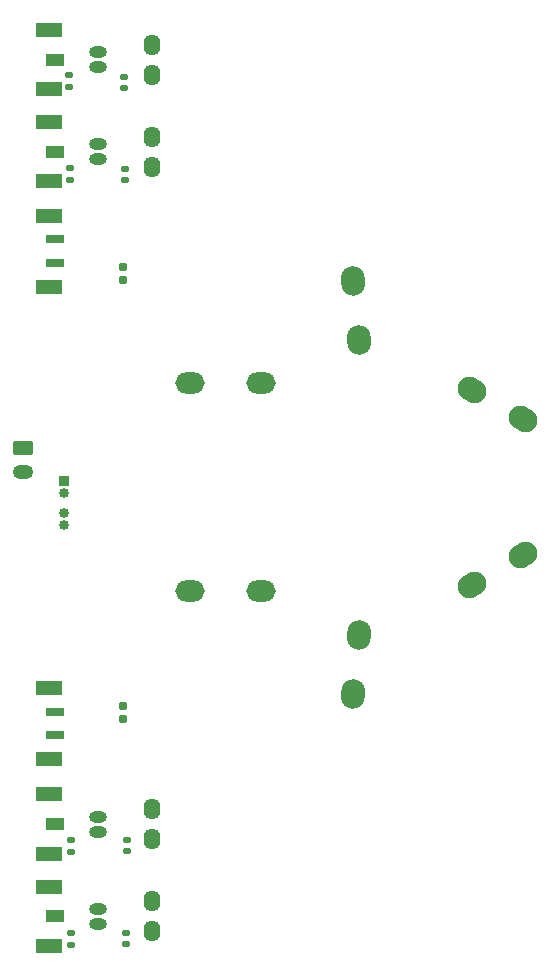
<source format=gbr>
%TF.GenerationSoftware,KiCad,Pcbnew,8.0.3*%
%TF.CreationDate,2024-06-29T22:13:22+09:00*%
%TF.ProjectId,makyi_mouse,6d616b79-695f-46d6-9f75-73652e6b6963,rev?*%
%TF.SameCoordinates,Original*%
%TF.FileFunction,Soldermask,Bot*%
%TF.FilePolarity,Negative*%
%FSLAX46Y46*%
G04 Gerber Fmt 4.6, Leading zero omitted, Abs format (unit mm)*
G04 Created by KiCad (PCBNEW 8.0.3) date 2024-06-29 22:13:22*
%MOMM*%
%LPD*%
G01*
G04 APERTURE LIST*
G04 Aperture macros list*
%AMRoundRect*
0 Rectangle with rounded corners*
0 $1 Rounding radius*
0 $2 $3 $4 $5 $6 $7 $8 $9 X,Y pos of 4 corners*
0 Add a 4 corners polygon primitive as box body*
4,1,4,$2,$3,$4,$5,$6,$7,$8,$9,$2,$3,0*
0 Add four circle primitives for the rounded corners*
1,1,$1+$1,$2,$3*
1,1,$1+$1,$4,$5*
1,1,$1+$1,$6,$7*
1,1,$1+$1,$8,$9*
0 Add four rect primitives between the rounded corners*
20,1,$1+$1,$2,$3,$4,$5,0*
20,1,$1+$1,$4,$5,$6,$7,0*
20,1,$1+$1,$6,$7,$8,$9,0*
20,1,$1+$1,$8,$9,$2,$3,0*%
%AMHorizOval*
0 Thick line with rounded ends*
0 $1 width*
0 $2 $3 position (X,Y) of the first rounded end (center of the circle)*
0 $4 $5 position (X,Y) of the second rounded end (center of the circle)*
0 Add line between two ends*
20,1,$1,$2,$3,$4,$5,0*
0 Add two circle primitives to create the rounded ends*
1,1,$1,$2,$3*
1,1,$1,$4,$5*%
G04 Aperture macros list end*
%ADD10O,1.500000X1.000000*%
%ADD11R,1.500000X1.000000*%
%ADD12R,2.200000X1.200000*%
%ADD13O,1.400000X1.800000*%
%ADD14HorizOval,2.000000X-0.021789X-0.249049X0.021789X0.249049X0*%
%ADD15HorizOval,2.000000X-0.216506X-0.125000X0.216506X0.125000X0*%
%ADD16HorizOval,2.000000X0.216506X-0.125000X-0.216506X0.125000X0*%
%ADD17RoundRect,0.140000X-0.170000X0.140000X-0.170000X-0.140000X0.170000X-0.140000X0.170000X0.140000X0*%
%ADD18R,1.500000X0.700000*%
%ADD19HorizOval,2.000000X0.021789X-0.249049X-0.021789X0.249049X0*%
%ADD20O,2.500000X1.800000*%
%ADD21R,0.850000X0.850000*%
%ADD22O,0.850000X0.850000*%
%ADD23RoundRect,0.250000X-0.625000X0.350000X-0.625000X-0.350000X0.625000X-0.350000X0.625000X0.350000X0*%
%ADD24O,1.750000X1.200000*%
%ADD25C,0.850000*%
%ADD26RoundRect,0.155000X0.155000X-0.212500X0.155000X0.212500X-0.155000X0.212500X-0.155000X-0.212500X0*%
%ADD27RoundRect,0.135000X-0.185000X0.135000X-0.185000X-0.135000X0.185000X-0.135000X0.185000X0.135000X0*%
%ADD28RoundRect,0.155000X-0.155000X0.212500X-0.155000X-0.212500X0.155000X-0.212500X0.155000X0.212500X0*%
G04 APERTURE END LIST*
D10*
%TO.C,Q6*%
X139200000Y-52235000D03*
X139200000Y-50965000D03*
%TD*%
%TO.C,Q5*%
X139200000Y-115665000D03*
X139200000Y-116935000D03*
%TD*%
%TO.C,Q4*%
X139200000Y-107865000D03*
X139200000Y-109135000D03*
%TD*%
%TO.C,Q3*%
X139200000Y-43165000D03*
X139200000Y-44435000D03*
%TD*%
D11*
%TO.C,J9*%
X135500000Y-51600000D03*
D12*
X135000000Y-54100000D03*
X135000000Y-49100000D03*
%TD*%
D13*
%TO.C,D4*%
X143700000Y-107230000D03*
X143700000Y-109770000D03*
%TD*%
D14*
%TO.C,J6*%
X160782111Y-97490487D03*
X161217889Y-92509513D03*
%TD*%
D15*
%TO.C,J3*%
X170834936Y-88250000D03*
X175165064Y-85750000D03*
%TD*%
D16*
%TO.C,J5*%
X175165064Y-74250000D03*
X170834936Y-71750000D03*
%TD*%
D17*
%TO.C,C8*%
X141400000Y-45240000D03*
X141400000Y-46200000D03*
%TD*%
%TO.C,C14*%
X141450000Y-53020000D03*
X141450000Y-53980000D03*
%TD*%
D11*
%TO.C,J7*%
X135500000Y-116300000D03*
D12*
X135000000Y-118800000D03*
X135000000Y-113800000D03*
%TD*%
%TO.C,J13*%
X135000000Y-57000000D03*
D18*
X135500000Y-59000000D03*
X135500000Y-61000000D03*
D12*
X135000000Y-63000000D03*
%TD*%
D13*
%TO.C,D6*%
X143700000Y-50330000D03*
X143700000Y-52870000D03*
%TD*%
D19*
%TO.C,J8*%
X161217889Y-67490487D03*
X160782111Y-62509513D03*
%TD*%
D20*
%TO.C,J10*%
X152987300Y-71200000D03*
X146987300Y-71200000D03*
%TD*%
D13*
%TO.C,D5*%
X143700000Y-115030000D03*
X143700000Y-117570000D03*
%TD*%
D17*
%TO.C,C12*%
X141500000Y-117720000D03*
X141500000Y-118680000D03*
%TD*%
D13*
%TO.C,D3*%
X143700000Y-42530000D03*
X143700000Y-45070000D03*
%TD*%
D11*
%TO.C,J4*%
X135500000Y-108500000D03*
D12*
X135000000Y-111000000D03*
X135000000Y-106000000D03*
%TD*%
D21*
%TO.C,M1*%
X136300000Y-79500000D03*
D22*
X136300000Y-80500000D03*
%TD*%
D20*
%TO.C,J12*%
X152987300Y-88800000D03*
X146987300Y-88800000D03*
%TD*%
D23*
%TO.C,J1*%
X132850000Y-76700000D03*
D24*
X132850000Y-78700000D03*
%TD*%
D25*
%TO.C,M2*%
X136300000Y-82200000D03*
D22*
X136300000Y-83200000D03*
%TD*%
D17*
%TO.C,C10*%
X141600000Y-109820000D03*
X141600000Y-110780000D03*
%TD*%
D26*
%TO.C,C16*%
X141300000Y-99617500D03*
X141300000Y-98482500D03*
%TD*%
D27*
%TO.C,R12*%
X136850000Y-109840000D03*
X136850000Y-110860000D03*
%TD*%
%TO.C,R18*%
X136750000Y-52990000D03*
X136750000Y-54010000D03*
%TD*%
D28*
%TO.C,C17*%
X141300000Y-61332500D03*
X141300000Y-62467500D03*
%TD*%
D27*
%TO.C,R15*%
X136900000Y-117690000D03*
X136900000Y-118710000D03*
%TD*%
D12*
%TO.C,J11*%
X135000000Y-103000000D03*
X135000000Y-103000000D03*
D18*
X135500000Y-101000000D03*
X135500000Y-99000000D03*
D12*
X135000000Y-97000000D03*
%TD*%
D27*
%TO.C,R9*%
X136700000Y-45090000D03*
X136700000Y-46110000D03*
%TD*%
D11*
%TO.C,J2*%
X135500000Y-43800000D03*
D12*
X135000000Y-46300000D03*
X135000000Y-41300000D03*
%TD*%
M02*

</source>
